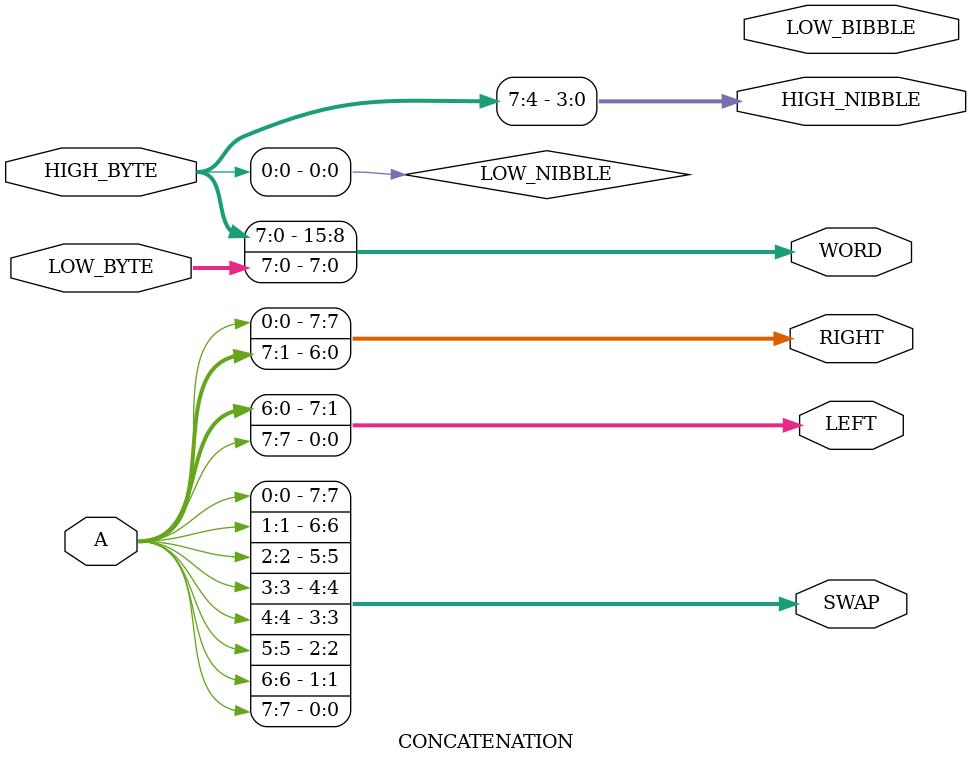
<source format=v>
module CONCATENATION(
	input [7:0]A,
	input [7:0]HIGH_BYTE,
	input [7:0]LOW_BYTE,
	output [7:0]SWAP,
	output [7:0]LEFT,
	output [7:0]RIGHT,
	output [3:0]HIGH_NIBBLE,
	output [3:0]LOW_BIBBLE,
	output [15:0]WORD);
	assign SWAP = {A[0], A[1], A[2], A[3], A[4], A[5], A[6], A[7]};
   assign RIGHT = {A[0], A[7:1]};  // 右循環移位
   assign LEFT = {A[6:0], A[7]};   // 左循環移位
   assign WORD = {HIGH_BYTE, LOW_BYTE};  // 16-bit 組合
   assign HIGH_NIBBLE = HIGH_BYTE[7:4];  // 取高 4-bit
   assign LOW_NIBBLE = HIGH_BYTE[3:0];   // 取低 4-bit
endmodule
</source>
